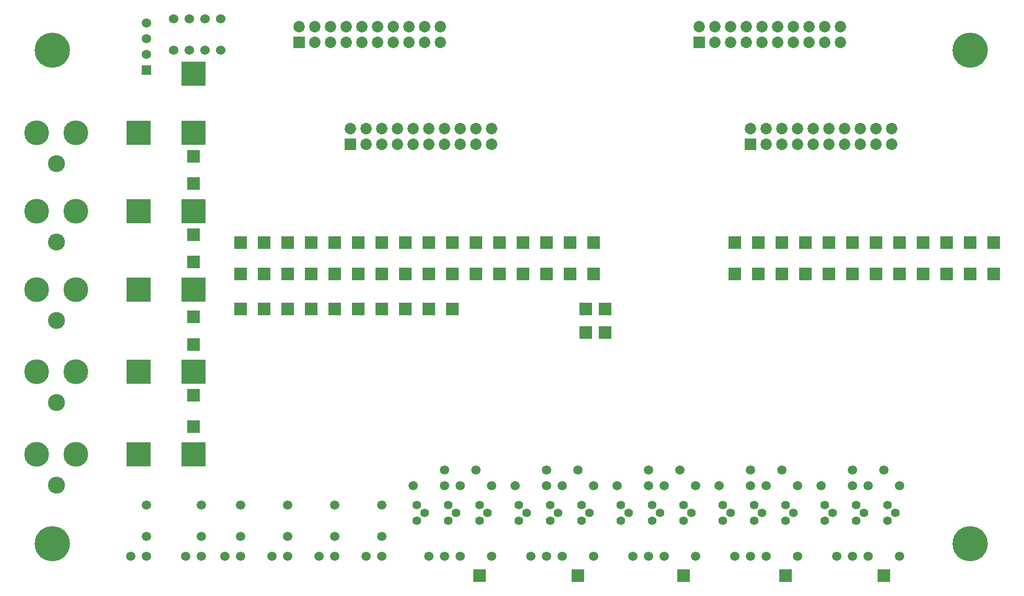
<source format=gts>
G04 Output by ViewMate Deluxe V11.0.9  PentaLogix LLC*
G04 Fri Jan 30 18:24:21 2015*
%FSTAX26Y26*%
%MOIN*%
%IPPOS*%
%ADD123C,0.2245*%
%ADD124C,0.158*%
%ADD125C,0.108*%
%ADD126R,0.158X0.158*%
%ADD127R,0.0789X0.0789*%
%ADD128R,0.0595X0.0595*%
%ADD129C,0.0595*%
%ADD130C,0.0556*%
%ADD131R,0.073X0.073*%
%ADD132C,0.073*%
%ADD133C,0.06*%

%LPD*%
X0Y0D2*D123*G1X0621Y00364D3*X0621Y0351D3*X0036Y0351D3*X0036Y00364D3*D124*X00262Y02985D3*X0051Y02985D3*X0051Y02485D3*X00262Y02485D3*X00262Y01985D3*X0051Y01985D3*X0051Y0146D3*X00262Y0146D3*X00262Y00935D3*X0051Y00935D3*D125*X00388Y007381D3*X00388Y012631D3*X00388Y017881D3*X00388Y022881D3*X00388Y027881D3*D126*X0126Y0336D3*X0126Y02985D3*X0091Y02985D3*X0091Y02485D3*X0126Y02485D3*X0126Y01985D3*X0091Y01985D3*X0091Y0146D3*X0126Y0146D3*X0126Y00935D3*X0091Y00935D3*D127*X0566Y0016D3*X05035Y0016D3*X04385Y0016D3*X0371Y0016D3*X03085Y0016D3*X0126Y0111D3*X0126Y0131D3*X0126Y01635D3*X0126Y0181D3*X0471Y02285D3*X0486Y02285D3*X0501Y02285D3*X0516Y02285D3*X0531Y02285D3*X0546Y02285D3*X0561Y02285D3*X0576Y02285D3*X0591Y02285D3*X0606Y02285D3*X0621Y02285D3*X0636Y02285D3*X0636Y02085D3*X0621Y02085D3*X0606Y02085D3*X0591Y02085D3*X0576Y02085D3*X0561Y02085D3*X0546Y02085D3*X0531Y02085D3*X0516Y02085D3*X0501Y02085D3*X0486Y02085D3*X0471Y02085D3*X0376Y0171D3*X03885Y0171D3*X03885Y0186D3*X0376Y0186D3*X0291Y0186D3*X0276Y0186D3*X0261Y0186D3*X0246Y0186D3*X0231Y0186D3*X0216Y0186D3*X0201Y0186D3*X0186Y0186D3*X0171Y0186D3*X0156Y0186D3*X0156Y02285D3*X0171Y02285D3*X0186Y02285D3*X0201Y02285D3*X0216Y02285D3*X0231Y02285D3*X0246Y02285D3*X0261Y02285D3*X0276Y02285D3*X0291Y02285D3*X0306Y02285D3*X0321Y02285D3*X0336Y02285D3*X0351Y02285D3*X0366Y02285D3*X0381Y02285D3*X0381Y02085D3*X0366Y02085D3*X0351Y02085D3*X0336Y02085D3*X0321Y02085D3*X0306Y02085D3*X0291Y02085D3*X0276Y02085D3*X0261Y02085D3*X0246Y02085D3*X0231Y02085D3*X0216Y02085D3*X0201Y02085D3*X0186Y02085D3*X0171Y02085D3*X0156Y02085D3*X0126Y0216D3*X0126Y02335D3*X0126Y0266D3*X0126Y02835D3*D128*X0096Y03385D3*D129*X0216Y0041D3*X0216Y00285D3*X0206Y00285D3*X0086Y00285D3*X0096Y00285D3*X0096Y0041D3*X0096Y0061D3*X0131Y0061D3*X0156Y0061D3*X0156Y0041D3*X0131Y0041D3*X0121Y00285D3*X0131Y00285D3*X0146Y00285D3*X0156Y00285D3*X0176Y00285D3*X0186Y00285D3*X0186Y0041D3*X0186Y0061D3*X0216Y0061D3*X0266Y00735D3*X0246Y0061D3*X0246Y0041D3*X0236Y00285D3*X0246Y00285D3*X0276Y00285D3*X0286Y00285D3*X0296Y00285D3*X0316Y00285D3*X0341Y00285D3*X0351Y00285D3*X0361Y00285D3*X0381Y00285D3*X0406Y00285D3*X0416Y00285D3*X0426Y00285D3*X0446Y00285D3*X0471Y00285D3*X0481Y00285D3*X0491Y00285D3*X0511Y00285D3*X0536Y00285D3*X0546Y00285D3*X0556Y00285D3*X0576Y00285D3*X0576Y00735D3*X0566Y00835D3*X0546Y00835D3*X0556Y00735D3*X0546Y00735D3*X0526Y00735D3*X0511Y00735D3*X0501Y00835D3*X0481Y00835D3*X0491Y00735D3*X0481Y00735D3*X0461Y00735D3*X0446Y00735D3*X0436Y00835D3*X0416Y00835D3*X0426Y00735D3*X0416Y00735D3*X0396Y00735D3*X0381Y00735D3*X0371Y00835D3*X0351Y00835D3*X0361Y00735D3*X0351Y00735D3*X0331Y00735D3*X0316Y00735D3*X0306Y00835D3*X0296Y00735D3*X0286Y00735D3*X0286Y00835D3*X0096Y03685D3*X0096Y03585D3*X0096Y03485D3*D130*X05685Y0061D3*X05735Y0056D3*X05685Y0051D3*X05485Y0051D3*X05535Y0056D3*X05485Y0061D3*X05285Y0061D3*X05335Y0056D3*X05285Y0051D3*X05035Y0051D3*X05085Y0056D3*X05035Y0061D3*X04835Y0061D3*X04885Y0056D3*X04835Y0051D3*X04635Y0051D3*X04685Y0056D3*X04635Y0061D3*X04385Y0061D3*X04435Y0056D3*X04385Y0051D3*X04185Y0051D3*X04235Y0056D3*X04185Y0061D3*X03985Y0061D3*X04035Y0056D3*X03985Y0051D3*X03735Y0051D3*X03785Y0056D3*X03735Y0061D3*X03535Y0061D3*X03585Y0056D3*X03535Y0051D3*X03335Y0051D3*X03385Y0056D3*X03335Y0061D3*X03085Y0061D3*X03135Y0056D3*X03085Y0051D3*X02885Y0051D3*X02935Y0056D3*X02885Y0061D3*X02685Y0061D3*X02735Y0056D3*X02685Y0051D3*D131*X01935Y0356D3*X0226Y0291D3*X04485Y0356D3*X0481Y0291D3*D132*X0541Y0301D3*X0551Y0301D3*X0561Y0301D3*X0571Y0301D3*X0571Y0291D3*X0561Y0291D3*X0551Y0291D3*X0541Y0291D3*X0531Y0291D3*X0521Y0291D3*X0511Y0291D3*X0501Y0291D3*X0491Y0291D3*X0481Y0301D3*X0491Y0301D3*X0501Y0301D3*X0511Y0301D3*X0521Y0301D3*X0531Y0301D3*X05285Y0356D3*X05385Y0356D3*X05385Y0366D3*X05285Y0366D3*X05085Y0366D3*X05185Y0366D3*X05185Y0356D3*X05085Y0356D3*X04885Y0356D3*X04985Y0356D3*X04985Y0366D3*X04885Y0366D3*X04685Y0366D3*X04785Y0366D3*X04785Y0356D3*X04685Y0356D3*X04585Y0356D3*X04585Y0366D3*X04485Y0366D3*X0296Y0301D3*X0306Y0301D3*X0316Y0301D3*X0316Y0291D3*X0306Y0291D3*X0296Y0291D3*X0286Y0291D3*X0276Y0291D3*X0266Y0291D3*X0256Y0291D3*X0246Y0291D3*X0236Y0291D3*X0226Y0301D3*X0236Y0301D3*X0246Y0301D3*X0256Y0301D3*X0266Y0301D3*X0276Y0301D3*X0286Y0301D3*X02835Y0356D3*X02835Y0366D3*X02635Y0366D3*X02735Y0366D3*X02735Y0356D3*X02635Y0356D3*X02435Y0356D3*X02535Y0356D3*X02535Y0366D3*X02435Y0366D3*X02235Y0366D3*X02335Y0366D3*X02335Y0356D3*X02235Y0356D3*X02135Y0356D3*X02135Y0366D3*X01935Y0366D3*X02035Y0366D3*X02035Y0356D3*D133*X01435Y0371D3*X01335Y0371D3*X01235Y0371D3*X01135Y0371D3*X01135Y0351D3*X01235Y0351D3*X01335Y0351D3*X01435Y0351D3*X0Y0D2*M02*
</source>
